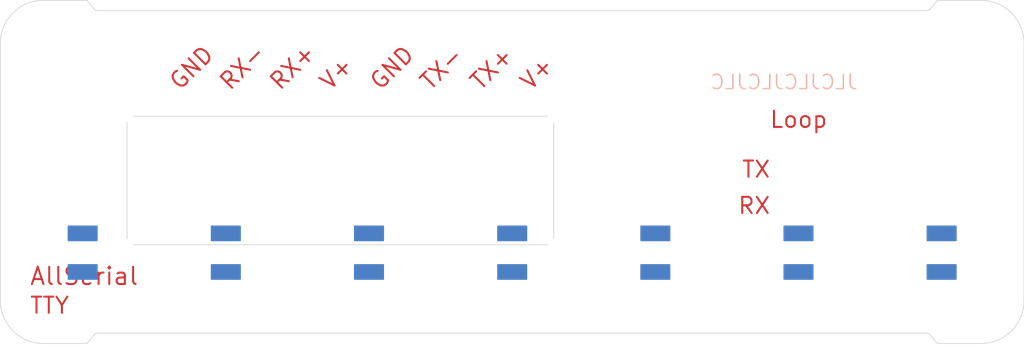
<source format=kicad_pcb>
(kicad_pcb (version 20241229) (generator "pcbnew") (generator_version "9.0")
  (layers (0 "F.Cu" signal) (2 "B.Cu" signal) (13 "F.Paste" user) (15 "B.Paste" user) (5 "F.SilkS" user "F.Silkscreen") (7 "B.SilkS" user "B.Silkscreen") (1 "F.Mask" user) (3 "B.Mask" user) (25 "Edge.Cuts" user))
  (net 0 "")
  (footprint "" (layer "F.Cu") (at 168.5011 104.8036)
    (property "Reference" "@HOLE1" (hide yes))
    (property "Value" "" (at 0 0 0) (layer "F.SilkS") (effects (font (size 1.27 1.27))))
    (pad "" np_thru_hole circle (at 0 0) (size 2 2) (drill 2) (layers "*.Cu" "*.Mask"))
  )
  (footprint "" (layer "F.Cu") (at 168.5011 107.3436)
    (property "Reference" "@HOLE0" (hide yes))
    (property "Value" "" (at 0 0 0) (layer "F.SilkS") (effects (font (size 1.27 1.27))))
    (pad "" np_thru_hole circle (at 0 0) (size 2 2) (drill 2) (layers "*.Cu" "*.Mask"))
  )
  (footprint "5_TTY_Front:RIA_AKL182-08" (layer "F.Cu") (at 136.5011 117.0036)
    (property "Reference" "E$2" (hide yes))
    (property "Value" "" (hide yes))
    (fp_line (start -14.9 -15.7) (end -14.9 -7.2) (stroke (width 0.05)) (layer "Edge.Cuts"))
    (fp_line (start -14.7 -6.9) (end 14.7 -6.9) (stroke (width 0.05)) (layer "Edge.Cuts"))
    (fp_line (start 14.7 -15.9) (end -14.7 -15.9) (stroke (width 0.05)) (layer "Edge.Cuts"))
    (fp_line (start 14.9 -7.2) (end 14.9 -15.7) (stroke (width 0.05)) (layer "Edge.Cuts"))
    (fp_arc (start -14.9 -15.7) (mid -14.841421 -15.841421) (end -14.7 -15.9) (stroke (width 0.05)) (layer "Edge.Cuts"))
    (fp_arc (start -14.7 -6.9) (mid -14.862131 -7.008579) (end -14.9 -7.2) (stroke (width 0.05)) (layer "Edge.Cuts"))
    (fp_arc (start 14.7 -15.9) (mid 14.841421 -15.841421) (end 14.9 -15.7) (stroke (width 0.05)) (layer "Edge.Cuts"))
    (fp_arc (start 14.899999 -7.199999) (mid 14.841906 -7.022062) (end 14.7 -6.9) (stroke (width 0.05)) (layer "Edge.Cuts"))
    (pad "" np_thru_hole circle (at -14.7 -15.7) (size 0.6 0.6) (drill 0.6) (layers "*.Cu" "*.Mask"))
    (pad "" np_thru_hole circle (at -14.7 -7.1) (size 0.6 0.6) (drill 0.6) (layers "*.Cu" "*.Mask"))
    (pad "" np_thru_hole circle (at 14.7 -15.7) (size 0.6 0.6) (drill 0.6) (layers "*.Cu" "*.Mask"))
    (pad "" np_thru_hole circle (at 14.7 -7.1) (size 0.6 0.6) (drill 0.6) (layers "*.Cu" "*.Mask"))
  )
  (footprint "AllSerial:Frontpanel_2_Holes" (layer "F.Cu") (at 148.5011 117.0036)
    (property "Reference" "E$1" (hide yes))
    (property "Value" "" (hide yes))
    (fp_rect (start -31 -8.2) (end -29 -7.2) (stroke (width 0.1)) (fill yes) (layer "B.Cu"))
    (fp_rect (start -31 -5.5) (end -29 -4.5) (stroke (width 0.1)) (fill yes) (layer "B.Cu"))
    (fp_rect (start -21 -8.2) (end -19 -7.2) (stroke (width 0.1)) (fill yes) (layer "B.Cu"))
    (fp_rect (start -21 -5.5) (end -19 -4.5) (stroke (width 0.1)) (fill yes) (layer "B.Cu"))
    (fp_rect (start -11 -8.2) (end -9 -7.2) (stroke (width 0.1)) (fill yes) (layer "B.Cu"))
    (fp_rect (start -11 -5.5) (end -9 -4.5) (stroke (width 0.1)) (fill yes) (layer "B.Cu"))
    (fp_rect (start -1 -8.2) (end 1 -7.2) (stroke (width 0.1)) (fill yes) (layer "B.Cu"))
    (fp_rect (start -1 -5.5) (end 1 -4.5) (stroke (width 0.1)) (fill yes) (layer "B.Cu"))
    (fp_rect (start 9 -8.2) (end 11 -7.2) (stroke (width 0.1)) (fill yes) (layer "B.Cu"))
    (fp_rect (start 9 -5.5) (end 11 -4.5) (stroke (width 0.1)) (fill yes) (layer "B.Cu"))
    (fp_rect (start 19 -8.2) (end 21 -7.2) (stroke (width 0.1)) (fill yes) (layer "B.Cu"))
    (fp_rect (start 19 -5.5) (end 21 -4.5) (stroke (width 0.1)) (fill yes) (layer "B.Cu"))
    (fp_rect (start 29 -8.2) (end 31 -7.2) (stroke (width 0.1)) (fill yes) (layer "B.Cu"))
    (fp_rect (start 29 -5.5) (end 31 -4.5) (stroke (width 0.1)) (fill yes) (layer "B.Cu"))
    (fp_line (start -35.75 -3) (end -35.75 -21) (stroke (width 0.05)) (layer "Edge.Cuts"))
    (fp_line (start -32.75 -24) (end -29.7 -24) (stroke (width 0.05)) (layer "Edge.Cuts"))
    (fp_line (start -32.75 0) (end -29.7 0) (stroke (width 0.05)) (layer "Edge.Cuts"))
    (fp_line (start -29.2 -23.4) (end -29.7 -24) (stroke (width 0.05)) (layer "Edge.Cuts"))
    (fp_line (start -29.2 -0.6) (end -29.7 0) (stroke (width 0.05)) (layer "Edge.Cuts"))
    (fp_line (start -28.9 -23.275736) (end 28.9 -23.275736) (stroke (width 0.05)) (layer "Edge.Cuts"))
    (fp_line (start -28.9 -0.724264) (end 28.9 -0.724264) (stroke (width 0.05)) (layer "Edge.Cuts"))
    (fp_line (start 29.7 -24) (end 29.2 -23.4) (stroke (width 0.05)) (layer "Edge.Cuts"))
    (fp_line (start 29.7 -24) (end 32.75 -24) (stroke (width 0.05)) (layer "Edge.Cuts"))
    (fp_line (start 29.7 0) (end 29.2 -0.6) (stroke (width 0.05)) (layer "Edge.Cuts"))
    (fp_line (start 32.75 0) (end 29.7 0) (stroke (width 0.05)) (layer "Edge.Cuts"))
    (fp_line (start 35.75 -21) (end 35.75 -3) (stroke (width 0.05)) (layer "Edge.Cuts"))
    (fp_arc (start -35.75 -21) (mid -34.87132 -23.12132) (end -32.75 -24) (stroke (width 0.05)) (layer "Edge.Cuts"))
    (fp_arc (start -32.75 0) (mid -34.87132 -0.87868) (end -35.75 -3) (stroke (width 0.05)) (layer "Edge.Cuts"))
    (fp_arc (start -29.2 -0.6) (mid -29.062359 -0.691969) (end -28.9 -0.724264) (stroke (width 0.05)) (layer "Edge.Cuts"))
    (fp_arc (start -28.9 -23.275736) (mid -29.062359 -23.308031) (end -29.2 -23.4) (stroke (width 0.05)) (layer "Edge.Cuts"))
    (fp_arc (start 28.9 -0.724264) (mid 29.062359 -0.691969) (end 29.2 -0.6) (stroke (width 0.05)) (layer "Edge.Cuts"))
    (fp_arc (start 29.2 -23.4) (mid 29.062359 -23.308031) (end 28.9 -23.275736) (stroke (width 0.05)) (layer "Edge.Cuts"))
    (fp_arc (start 32.75 -24) (mid 34.87132 -23.12132) (end 35.75 -21) (stroke (width 0.05)) (layer "Edge.Cuts"))
    (fp_arc (start 35.75 -3) (mid 34.87132 -0.87868) (end 32.75 0) (stroke (width 0.05)) (layer "Edge.Cuts"))
    (fp_text user "AllSerial" (at -33.75 -4 0) (layer "F.Cu") (effects (font (size 1.2065 1.2065) (thickness 0.1397)) (justify left bottom)))
    (pad "" np_thru_hole circle (at -31.75 -12) (size 3.2 3.2) (drill 3.2) (layers "*.Cu" "*.Mask"))
    (pad "" np_thru_hole circle (at 31.75 -12) (size 3.2 3.2) (drill 3.2) (layers "*.Cu" "*.Mask"))
  )
  (gr_text "GND" (at 124.8211 99.0036 45) (layer "F.Cu") (effects (font (size 1.1303 1.1303) (thickness 0.1397)) (justify left)))
  (gr_text "TX+" (at 145.8211 99.0036 45) (layer "F.Cu") (effects (font (size 1.1303 1.1303) (thickness 0.1397)) (justify left)))
  (gr_text "V+" (at 135.3211 99.0036 45) (layer "F.Cu") (effects (font (size 1.1303 1.1303) (thickness 0.1397)) (justify left)))
  (gr_text "RX-" (at 128.3211 99.0036 45) (layer "F.Cu") (effects (font (size 1.1303 1.1303) (thickness 0.1397)) (justify left)))
  (gr_text "RX" (at 166.6011 107.3636 0) (layer "F.Cu") (effects (font (size 1.1303 1.1303) (thickness 0.1397)) (justify right)))
  (gr_text "V+" (at 149.3211 99.0036 45) (layer "F.Cu") (effects (font (size 1.1303 1.1303) (thickness 0.1397)) (justify left)))
  (gr_text "TTY" (at 114.7511 115.0036 0) (layer "F.Cu") (effects (font (size 1.1303 1.1303) (thickness 0.1397)) (justify left bottom)))
  (gr_text "RX+" (at 131.8211 99.0036 45) (layer "F.Cu") (effects (font (size 1.1303 1.1303) (thickness 0.1397)) (justify left)))
  (gr_text "Loop" (at 168.5111 102.0036 0) (layer "F.Cu") (effects (font (size 1.1303 1.1303) (thickness 0.1397)) (justify bottom)))
  (gr_text "TX-" (at 142.3211 99.0036 45) (layer "F.Cu") (effects (font (size 1.1303 1.1303) (thickness 0.1397)) (justify left)))
  (gr_text "GND" (at 138.8211 99.0036 45) (layer "F.Cu") (effects (font (size 1.1303 1.1303) (thickness 0.1397)) (justify left)))
  (gr_text "TX" (at 166.6011 104.8236 0) (layer "F.Cu") (effects (font (size 1.1303 1.1303) (thickness 0.1397)) (justify right)))
  (gr_text "JLCJLCJLCJLC" (at 172.7011 99.3036 0) (layer "B.SilkS") (effects (font (size 1 1) (thickness 0.1)) (justify left bottom mirror)))
)
</source>
